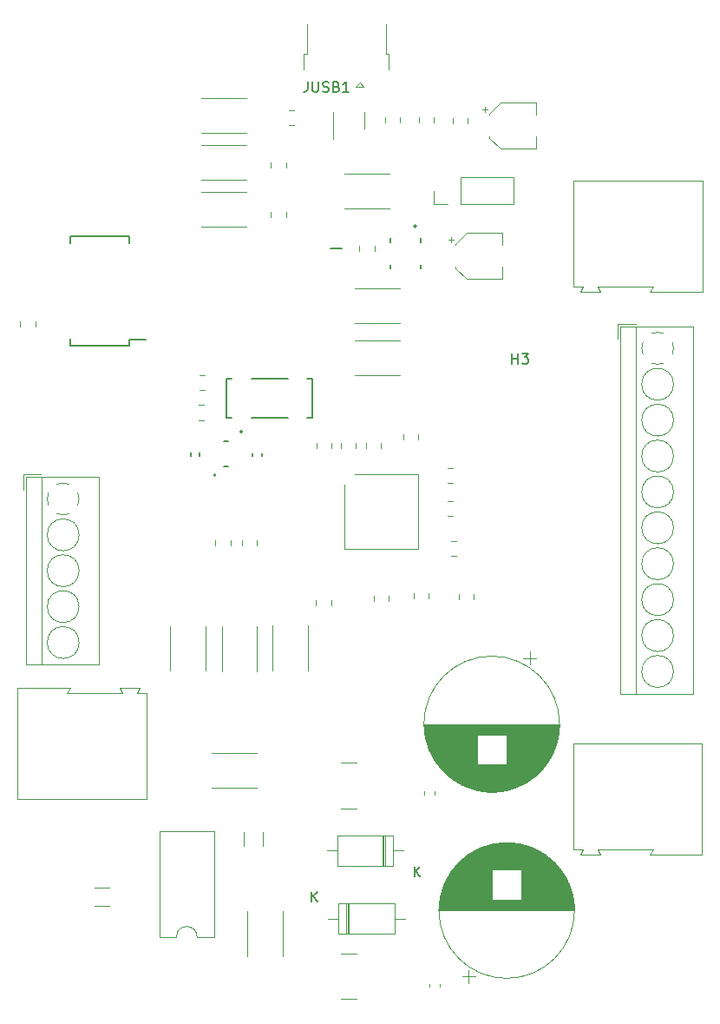
<source format=gbr>
%TF.GenerationSoftware,KiCad,Pcbnew,(6.0.11)*%
%TF.CreationDate,2023-03-28T17:23:35-03:00*%
%TF.ProjectId,singledaq,73696e67-6c65-4646-9171-2e6b69636164,rev?*%
%TF.SameCoordinates,Original*%
%TF.FileFunction,Legend,Top*%
%TF.FilePolarity,Positive*%
%FSLAX46Y46*%
G04 Gerber Fmt 4.6, Leading zero omitted, Abs format (unit mm)*
G04 Created by KiCad (PCBNEW (6.0.11)) date 2023-03-28 17:23:35*
%MOMM*%
%LPD*%
G01*
G04 APERTURE LIST*
%ADD10C,0.150000*%
%ADD11C,0.120000*%
%ADD12C,0.127000*%
%ADD13C,0.200000*%
G04 APERTURE END LIST*
D10*
%TO.C,JUSB1*%
X132503666Y-44429380D02*
X132503666Y-45143666D01*
X132456047Y-45286523D01*
X132360809Y-45381761D01*
X132217952Y-45429380D01*
X132122714Y-45429380D01*
X132979857Y-44429380D02*
X132979857Y-45238904D01*
X133027476Y-45334142D01*
X133075095Y-45381761D01*
X133170333Y-45429380D01*
X133360809Y-45429380D01*
X133456047Y-45381761D01*
X133503666Y-45334142D01*
X133551285Y-45238904D01*
X133551285Y-44429380D01*
X133979857Y-45381761D02*
X134122714Y-45429380D01*
X134360809Y-45429380D01*
X134456047Y-45381761D01*
X134503666Y-45334142D01*
X134551285Y-45238904D01*
X134551285Y-45143666D01*
X134503666Y-45048428D01*
X134456047Y-45000809D01*
X134360809Y-44953190D01*
X134170333Y-44905571D01*
X134075095Y-44857952D01*
X134027476Y-44810333D01*
X133979857Y-44715095D01*
X133979857Y-44619857D01*
X134027476Y-44524619D01*
X134075095Y-44477000D01*
X134170333Y-44429380D01*
X134408428Y-44429380D01*
X134551285Y-44477000D01*
X135313190Y-44905571D02*
X135456047Y-44953190D01*
X135503666Y-45000809D01*
X135551285Y-45096047D01*
X135551285Y-45238904D01*
X135503666Y-45334142D01*
X135456047Y-45381761D01*
X135360809Y-45429380D01*
X134979857Y-45429380D01*
X134979857Y-44429380D01*
X135313190Y-44429380D01*
X135408428Y-44477000D01*
X135456047Y-44524619D01*
X135503666Y-44619857D01*
X135503666Y-44715095D01*
X135456047Y-44810333D01*
X135408428Y-44857952D01*
X135313190Y-44905571D01*
X134979857Y-44905571D01*
X136503666Y-45429380D02*
X135932238Y-45429380D01*
X136217952Y-45429380D02*
X136217952Y-44429380D01*
X136122714Y-44572238D01*
X136027476Y-44667476D01*
X135932238Y-44715095D01*
%TO.C,D1*%
X132898095Y-124382380D02*
X132898095Y-123382380D01*
X133469523Y-124382380D02*
X133040952Y-123810952D01*
X133469523Y-123382380D02*
X132898095Y-123953809D01*
%TO.C,D2*%
X142918095Y-121932380D02*
X142918095Y-120932380D01*
X143489523Y-121932380D02*
X143060952Y-121360952D01*
X143489523Y-120932380D02*
X142918095Y-121503809D01*
%TO.C,H3*%
X152459676Y-71921961D02*
X152459676Y-70921961D01*
X152459676Y-71398152D02*
X153031104Y-71398152D01*
X153031104Y-71921961D02*
X153031104Y-70921961D01*
X153412057Y-70921961D02*
X154031104Y-70921961D01*
X153697771Y-71302914D01*
X153840628Y-71302914D01*
X153935866Y-71350533D01*
X153983485Y-71398152D01*
X154031104Y-71493390D01*
X154031104Y-71731485D01*
X153983485Y-71826723D01*
X153935866Y-71874342D01*
X153840628Y-71921961D01*
X153554914Y-71921961D01*
X153459676Y-71874342D01*
X153412057Y-71826723D01*
D11*
%TO.C,C104*%
X141517250Y-48425502D02*
X141517250Y-47902998D01*
X140047250Y-48425502D02*
X140047250Y-47902998D01*
%TO.C,J2*%
X171000000Y-108925000D02*
X158400000Y-108925000D01*
X161050000Y-119775000D02*
X160800000Y-119275000D01*
X158400000Y-108925000D02*
X158400000Y-119275000D01*
X166200000Y-119275000D02*
X165900000Y-119775000D01*
X171000000Y-119775000D02*
X171000000Y-108925000D01*
X158400000Y-119275000D02*
X159350000Y-119275000D01*
X161000000Y-119775000D02*
X161050000Y-119775000D01*
X159100000Y-119775000D02*
X161000000Y-119775000D01*
X165900000Y-119775000D02*
X171000000Y-119775000D01*
X160800000Y-119275000D02*
X166200000Y-119275000D01*
X159350000Y-119275000D02*
X159100000Y-119775000D01*
%TO.C,C102*%
X128923000Y-52272748D02*
X128923000Y-52795252D01*
X130393000Y-52272748D02*
X130393000Y-52795252D01*
D12*
%TO.C,C602*%
X128022082Y-80924998D02*
X128022082Y-80624998D01*
X127122082Y-80924998D02*
X127122082Y-80624998D01*
D11*
%TO.C,C502*%
X157027000Y-107604785D02*
X143913000Y-107604785D01*
X156778000Y-108925785D02*
X151910000Y-108925785D01*
X156883000Y-108525785D02*
X151910000Y-108525785D01*
X151964000Y-113485785D02*
X148976000Y-113485785D01*
X155851000Y-110845785D02*
X151910000Y-110845785D01*
X149030000Y-108165785D02*
X143985000Y-108165785D01*
X156501000Y-109685785D02*
X151910000Y-109685785D01*
X150945000Y-113645785D02*
X149995000Y-113645785D01*
X156660000Y-109285785D02*
X151910000Y-109285785D01*
X156203000Y-110285785D02*
X151910000Y-110285785D01*
X155267000Y-111565785D02*
X145673000Y-111565785D01*
X149030000Y-109765785D02*
X144474000Y-109765785D01*
X156552000Y-109565785D02*
X151910000Y-109565785D01*
X149030000Y-110965785D02*
X145175000Y-110965785D01*
X156248000Y-110205785D02*
X151910000Y-110205785D01*
X149030000Y-110045785D02*
X144608000Y-110045785D01*
X152268000Y-113405785D02*
X148672000Y-113405785D01*
X153228000Y-113045785D02*
X147712000Y-113045785D01*
X154085000Y-112565785D02*
X146855000Y-112565785D01*
X153548000Y-112885785D02*
X147392000Y-112885785D01*
X149030000Y-108125785D02*
X143978000Y-108125785D01*
X149030000Y-110605785D02*
X144928000Y-110605785D01*
X149030000Y-110365785D02*
X144782000Y-110365785D01*
X155072000Y-111765785D02*
X145868000Y-111765785D01*
X156823000Y-108765785D02*
X151910000Y-108765785D01*
X149030000Y-110285785D02*
X144737000Y-110285785D01*
X156962000Y-108125785D02*
X151910000Y-108125785D01*
X149030000Y-110445785D02*
X144829000Y-110445785D01*
X154316000Y-112405785D02*
X146624000Y-112405785D01*
X156702000Y-109165785D02*
X151910000Y-109165785D01*
X156352000Y-110005785D02*
X151910000Y-110005785D01*
X156584000Y-109485785D02*
X151910000Y-109485785D01*
X157049000Y-107204785D02*
X143891000Y-107204785D01*
X152401000Y-113365785D02*
X148539000Y-113365785D01*
X149030000Y-108645785D02*
X144086000Y-108645785D01*
X149030000Y-108325785D02*
X144014000Y-108325785D01*
X156290000Y-110125785D02*
X151910000Y-110125785D01*
X155823000Y-110885785D02*
X151910000Y-110885785D01*
X157015000Y-107724785D02*
X143925000Y-107724785D01*
X149030000Y-110725785D02*
X145007000Y-110725785D01*
X149030000Y-109445785D02*
X144340000Y-109445785D01*
X149030000Y-110845785D02*
X145089000Y-110845785D01*
X149030000Y-109805785D02*
X144492000Y-109805785D01*
X156854000Y-108645785D02*
X151910000Y-108645785D01*
X156992000Y-107925785D02*
X143948000Y-107925785D01*
X157050000Y-107084785D02*
X143890000Y-107084785D01*
X156715000Y-109125785D02*
X151910000Y-109125785D01*
X149030000Y-110245785D02*
X144714000Y-110245785D01*
X157011000Y-107765785D02*
X143929000Y-107765785D01*
X156631000Y-109365785D02*
X151910000Y-109365785D01*
X149030000Y-109125785D02*
X144225000Y-109125785D01*
X149030000Y-110885785D02*
X145117000Y-110885785D01*
X154185000Y-99960216D02*
X154185000Y-101260216D01*
X156955000Y-108165785D02*
X151910000Y-108165785D01*
X157033000Y-107524785D02*
X143907000Y-107524785D01*
X155113000Y-111725785D02*
X145827000Y-111725785D01*
X156909000Y-108405785D02*
X151910000Y-108405785D01*
X151320000Y-113605785D02*
X149620000Y-113605785D01*
X153393000Y-112965785D02*
X147547000Y-112965785D01*
X154024000Y-112605785D02*
X146916000Y-112605785D01*
X155412000Y-111405785D02*
X145528000Y-111405785D01*
X156269000Y-110165785D02*
X151910000Y-110165785D01*
X156933000Y-108285785D02*
X151910000Y-108285785D01*
X156948000Y-108205785D02*
X151910000Y-108205785D01*
X157050000Y-107124785D02*
X143890000Y-107124785D01*
X156410000Y-109885785D02*
X151910000Y-109885785D01*
X152525000Y-113325785D02*
X148415000Y-113325785D01*
X149030000Y-108445785D02*
X144039000Y-108445785D01*
X157043000Y-107364785D02*
X143897000Y-107364785D01*
X149030000Y-110485785D02*
X144853000Y-110485785D01*
X155447000Y-111365785D02*
X145493000Y-111365785D01*
X149030000Y-110125785D02*
X144650000Y-110125785D01*
X149030000Y-110565785D02*
X144903000Y-110565785D01*
X155960000Y-110685785D02*
X151910000Y-110685785D01*
X156037000Y-110565785D02*
X151910000Y-110565785D01*
X154627000Y-112165785D02*
X146313000Y-112165785D01*
X149030000Y-108485785D02*
X144048000Y-108485785D01*
X157041000Y-107404785D02*
X143899000Y-107404785D01*
X149030000Y-108885785D02*
X144150000Y-108885785D01*
X156844000Y-108685785D02*
X151910000Y-108685785D01*
X153763000Y-112765785D02*
X147177000Y-112765785D01*
X149030000Y-109925785D02*
X144549000Y-109925785D01*
X156892000Y-108485785D02*
X151910000Y-108485785D01*
X149030000Y-110925785D02*
X145146000Y-110925785D01*
X154989000Y-111845785D02*
X145951000Y-111845785D01*
X155644000Y-111125785D02*
X145296000Y-111125785D01*
X155514000Y-111285785D02*
X145426000Y-111285785D01*
X155705000Y-111045785D02*
X145235000Y-111045785D01*
X156429000Y-109845785D02*
X151910000Y-109845785D01*
X154424000Y-112325785D02*
X146516000Y-112325785D01*
X154578000Y-112205785D02*
X146362000Y-112205785D01*
X156864000Y-108605785D02*
X151910000Y-108605785D01*
X154769000Y-112045785D02*
X146171000Y-112045785D01*
X149030000Y-108365785D02*
X144022000Y-108365785D01*
X155933000Y-110725785D02*
X151910000Y-110725785D01*
X149030000Y-110805785D02*
X145061000Y-110805785D01*
X149030000Y-110525785D02*
X144878000Y-110525785D01*
X149030000Y-108605785D02*
X144076000Y-108605785D01*
X156997000Y-107885785D02*
X143943000Y-107885785D01*
X149030000Y-110005785D02*
X144588000Y-110005785D01*
X154904000Y-111925785D02*
X146036000Y-111925785D01*
X153961000Y-112645785D02*
X146979000Y-112645785D01*
X156181000Y-110325785D02*
X151910000Y-110325785D01*
X149030000Y-109525785D02*
X144372000Y-109525785D01*
X157002000Y-107845785D02*
X143938000Y-107845785D01*
X149030000Y-108685785D02*
X144096000Y-108685785D01*
X156535000Y-109605785D02*
X151910000Y-109605785D01*
X157046000Y-107284785D02*
X143894000Y-107284785D01*
X156111000Y-110445785D02*
X151910000Y-110445785D01*
X157047000Y-107244785D02*
X143893000Y-107244785D01*
X156311000Y-110085785D02*
X151910000Y-110085785D01*
X156158000Y-110365785D02*
X151910000Y-110365785D01*
X155230000Y-111605785D02*
X145710000Y-111605785D01*
X156062000Y-110525785D02*
X151910000Y-110525785D01*
X153622000Y-112845785D02*
X147318000Y-112845785D01*
X156926000Y-108325785D02*
X151910000Y-108325785D01*
X156812000Y-108805785D02*
X151910000Y-108805785D01*
X155986000Y-110645785D02*
X151910000Y-110645785D01*
X149030000Y-109205785D02*
X144252000Y-109205785D01*
X149030000Y-110685785D02*
X144980000Y-110685785D01*
X153693000Y-112805785D02*
X147247000Y-112805785D01*
X152855000Y-113205785D02*
X148085000Y-113205785D01*
X154815000Y-112005785D02*
X146125000Y-112005785D01*
X155612000Y-111165785D02*
X145328000Y-111165785D01*
X155341000Y-111485785D02*
X145599000Y-111485785D01*
X149030000Y-108805785D02*
X144128000Y-108805785D01*
X156941000Y-108245785D02*
X151910000Y-108245785D01*
X152123000Y-113445785D02*
X148817000Y-113445785D01*
X156728000Y-109085785D02*
X151910000Y-109085785D01*
X149030000Y-108765785D02*
X144117000Y-108765785D01*
X156981000Y-108005785D02*
X143959000Y-108005785D01*
X149030000Y-109645785D02*
X144421000Y-109645785D01*
X149030000Y-109085785D02*
X144212000Y-109085785D01*
X149030000Y-109405785D02*
X144324000Y-109405785D01*
X152954000Y-113165785D02*
X147986000Y-113165785D01*
X153312000Y-113005785D02*
X147628000Y-113005785D01*
X155191000Y-111645785D02*
X145749000Y-111645785D01*
X149030000Y-108565785D02*
X144066000Y-108565785D01*
X156616000Y-109405785D02*
X151910000Y-109405785D01*
X149030000Y-110205785D02*
X144692000Y-110205785D01*
X155906000Y-110765785D02*
X151910000Y-110765785D01*
X155481000Y-111325785D02*
X145459000Y-111325785D01*
X157030000Y-107564785D02*
X143910000Y-107564785D01*
X151785000Y-113525785D02*
X149155000Y-113525785D01*
X156226000Y-110245785D02*
X151910000Y-110245785D01*
X156754000Y-109005785D02*
X151910000Y-109005785D01*
X156568000Y-109525785D02*
X151910000Y-109525785D01*
X154860000Y-111965785D02*
X146080000Y-111965785D01*
X149030000Y-109005785D02*
X144186000Y-109005785D01*
X149030000Y-109565785D02*
X144388000Y-109565785D01*
X157038000Y-107444785D02*
X143902000Y-107444785D01*
X156466000Y-109765785D02*
X151910000Y-109765785D01*
X155675000Y-111085785D02*
X145265000Y-111085785D01*
X149030000Y-110405785D02*
X144806000Y-110405785D01*
X157045000Y-107324785D02*
X143895000Y-107324785D01*
X155548000Y-111245785D02*
X145392000Y-111245785D01*
X157007000Y-107805785D02*
X143933000Y-107805785D01*
X154527000Y-112245785D02*
X146413000Y-112245785D01*
X149030000Y-110325785D02*
X144759000Y-110325785D01*
X156986000Y-107965785D02*
X143954000Y-107965785D01*
X153049000Y-113125785D02*
X147891000Y-113125785D01*
X156600000Y-109445785D02*
X151910000Y-109445785D01*
X156372000Y-109965785D02*
X151910000Y-109965785D01*
X155580000Y-111205785D02*
X145360000Y-111205785D01*
X149030000Y-108285785D02*
X144007000Y-108285785D01*
X156801000Y-108845785D02*
X151910000Y-108845785D01*
X149030000Y-110645785D02*
X144954000Y-110645785D01*
X149030000Y-110085785D02*
X144629000Y-110085785D01*
X149030000Y-109685785D02*
X144439000Y-109685785D01*
X149030000Y-109965785D02*
X144568000Y-109965785D01*
X156674000Y-109245785D02*
X151910000Y-109245785D01*
X149030000Y-108205785D02*
X143992000Y-108205785D01*
X149030000Y-109725785D02*
X144456000Y-109725785D01*
X155152000Y-111685785D02*
X145788000Y-111685785D01*
X154835000Y-100610216D02*
X153535000Y-100610216D01*
X149030000Y-108925785D02*
X144162000Y-108925785D01*
X149030000Y-109285785D02*
X144280000Y-109285785D01*
X149030000Y-108965785D02*
X144174000Y-108965785D01*
X154947000Y-111885785D02*
X145993000Y-111885785D01*
X155377000Y-111445785D02*
X145563000Y-111445785D01*
X156741000Y-109045785D02*
X151910000Y-109045785D01*
X155304000Y-111525785D02*
X145636000Y-111525785D01*
X149030000Y-108845785D02*
X144139000Y-108845785D01*
X156391000Y-109925785D02*
X151910000Y-109925785D01*
X151577000Y-113565785D02*
X149363000Y-113565785D01*
X149030000Y-110765785D02*
X145034000Y-110765785D01*
X149030000Y-109325785D02*
X144295000Y-109325785D01*
X154476000Y-112285785D02*
X146464000Y-112285785D01*
X157023000Y-107644785D02*
X143917000Y-107644785D01*
X149030000Y-109885785D02*
X144530000Y-109885785D01*
X157049000Y-107164785D02*
X143891000Y-107164785D01*
X149030000Y-108405785D02*
X144031000Y-108405785D01*
X153897000Y-112685785D02*
X147043000Y-112685785D01*
X157019000Y-107684785D02*
X143921000Y-107684785D01*
X157050000Y-107044785D02*
X143890000Y-107044785D01*
X149030000Y-109045785D02*
X144199000Y-109045785D01*
X156766000Y-108965785D02*
X151910000Y-108965785D01*
X156012000Y-110605785D02*
X151910000Y-110605785D01*
X156790000Y-108885785D02*
X151910000Y-108885785D01*
X153472000Y-112925785D02*
X147468000Y-112925785D01*
X156874000Y-108565785D02*
X151910000Y-108565785D01*
X156901000Y-108445785D02*
X151910000Y-108445785D01*
X156834000Y-108725785D02*
X151910000Y-108725785D01*
X153140000Y-113085785D02*
X147800000Y-113085785D01*
X154723000Y-112085785D02*
X146217000Y-112085785D01*
X156332000Y-110045785D02*
X151910000Y-110045785D01*
X156975000Y-108045785D02*
X143965000Y-108045785D01*
X149030000Y-108725785D02*
X144106000Y-108725785D01*
X154203000Y-112485785D02*
X146737000Y-112485785D01*
X152751000Y-113245785D02*
X148189000Y-113245785D01*
X157036000Y-107484785D02*
X143904000Y-107484785D01*
X156448000Y-109805785D02*
X151910000Y-109805785D01*
X149030000Y-108525785D02*
X144057000Y-108525785D01*
X149030000Y-109485785D02*
X144356000Y-109485785D01*
X149030000Y-109605785D02*
X144405000Y-109605785D01*
X154675000Y-112125785D02*
X146265000Y-112125785D01*
X156519000Y-109645785D02*
X151910000Y-109645785D01*
X149030000Y-109165785D02*
X144238000Y-109165785D01*
X152641000Y-113285785D02*
X148299000Y-113285785D01*
X149030000Y-110165785D02*
X144671000Y-110165785D01*
X156968000Y-108085785D02*
X143972000Y-108085785D01*
X149030000Y-109845785D02*
X144511000Y-109845785D01*
X153831000Y-112725785D02*
X147109000Y-112725785D01*
X154370000Y-112365785D02*
X146570000Y-112365785D01*
X155765000Y-110965785D02*
X151910000Y-110965785D01*
X149030000Y-108245785D02*
X143999000Y-108245785D01*
X156087000Y-110485785D02*
X151910000Y-110485785D01*
X156918000Y-108365785D02*
X151910000Y-108365785D01*
X156645000Y-109325785D02*
X151910000Y-109325785D01*
X155879000Y-110805785D02*
X151910000Y-110805785D01*
X156484000Y-109725785D02*
X151910000Y-109725785D01*
X156688000Y-109205785D02*
X151910000Y-109205785D01*
X149030000Y-109245785D02*
X144266000Y-109245785D01*
X149030000Y-109365785D02*
X144309000Y-109365785D01*
X156134000Y-110405785D02*
X151910000Y-110405785D01*
X154145000Y-112525785D02*
X146795000Y-112525785D01*
X155031000Y-111805785D02*
X145909000Y-111805785D01*
X155735000Y-111005785D02*
X145205000Y-111005785D01*
X155794000Y-110925785D02*
X151910000Y-110925785D01*
X154260000Y-112445785D02*
X146680000Y-112445785D01*
X157090000Y-107044785D02*
G75*
G03*
X157090000Y-107044785I-6620000J0D01*
G01*
%TO.C,C505*%
X113161252Y-122970000D02*
X111738748Y-122970000D01*
X113161252Y-124790000D02*
X111738748Y-124790000D01*
%TO.C,JUSB1*%
X140437000Y-41677000D02*
X140137000Y-41677000D01*
X132437000Y-38877000D02*
X132437000Y-41677000D01*
X137587000Y-44477000D02*
X137987000Y-44927000D01*
X140437000Y-41677000D02*
X140437000Y-43227000D01*
X132437000Y-41677000D02*
X132137000Y-41677000D01*
X137987000Y-44927000D02*
X137187000Y-44927000D01*
X132137000Y-41677000D02*
X132137000Y-43227000D01*
X140137000Y-38877000D02*
X140137000Y-41677000D01*
X137187000Y-44927000D02*
X137587000Y-44477000D01*
%TO.C,R603*%
X129090000Y-101787064D02*
X129090000Y-97432936D01*
X132510000Y-101787064D02*
X132510000Y-97432936D01*
%TO.C,C801*%
X138175000Y-80191252D02*
X138175000Y-79668748D01*
X139645000Y-80191252D02*
X139645000Y-79668748D01*
%TO.C,C105*%
X148121250Y-48491502D02*
X148121250Y-47968998D01*
X146651250Y-48491502D02*
X146651250Y-47968998D01*
%TO.C,D1*%
X136420000Y-124560000D02*
X136420000Y-127500000D01*
X134500000Y-126030000D02*
X135520000Y-126030000D01*
X136300000Y-124560000D02*
X136300000Y-127500000D01*
X140960000Y-127500000D02*
X140960000Y-124560000D01*
X135520000Y-127500000D02*
X140960000Y-127500000D01*
X135520000Y-124560000D02*
X135520000Y-127500000D01*
X136540000Y-124560000D02*
X136540000Y-127500000D01*
X141980000Y-126030000D02*
X140960000Y-126030000D01*
X140960000Y-124560000D02*
X135520000Y-124560000D01*
%TO.C,FB101*%
X143349250Y-48391314D02*
X143349250Y-47937186D01*
X144819250Y-48391314D02*
X144819250Y-47937186D01*
%TO.C,U1*%
X138076000Y-48216000D02*
X138076000Y-47416000D01*
X138076000Y-48216000D02*
X138076000Y-49016000D01*
X134956000Y-48216000D02*
X134956000Y-47416000D01*
X134956000Y-48216000D02*
X134956000Y-50016000D01*
%TO.C,C810*%
X146158748Y-86765000D02*
X146681252Y-86765000D01*
X146158748Y-85295000D02*
X146681252Y-85295000D01*
%TO.C,R605*%
X122520000Y-97472936D02*
X122520000Y-101827064D01*
X119100000Y-97472936D02*
X119100000Y-101827064D01*
%TO.C,R602*%
X130048224Y-125292936D02*
X130048224Y-129647064D01*
X126628224Y-125292936D02*
X126628224Y-129647064D01*
%TO.C,C401*%
X122441252Y-74485000D02*
X121918748Y-74485000D01*
X122441252Y-73015000D02*
X121918748Y-73015000D01*
%TO.C,C809*%
X143295000Y-79333323D02*
X143295000Y-78810819D01*
X141825000Y-79333323D02*
X141825000Y-78810819D01*
%TO.C,C504*%
X143890000Y-113903767D02*
X143890000Y-113611233D01*
X144910000Y-113903767D02*
X144910000Y-113611233D01*
%TO.C,D2*%
X139800000Y-120850000D02*
X139800000Y-117910000D01*
X140820000Y-117910000D02*
X135380000Y-117910000D01*
X135380000Y-120850000D02*
X140820000Y-120850000D01*
X139920000Y-120850000D02*
X139920000Y-117910000D01*
X134360000Y-119380000D02*
X135380000Y-119380000D01*
X141840000Y-119380000D02*
X140820000Y-119380000D01*
X140040000Y-120850000D02*
X140040000Y-117910000D01*
X135380000Y-117910000D02*
X135380000Y-120850000D01*
X140820000Y-120850000D02*
X140820000Y-117910000D01*
%TO.C,R601*%
X127507064Y-113250000D02*
X123152936Y-113250000D01*
X127507064Y-109830000D02*
X123152936Y-109830000D01*
%TO.C,R202*%
X137132936Y-64540000D02*
X141487064Y-64540000D01*
X137132936Y-67960000D02*
X141487064Y-67960000D01*
%TO.C,C202*%
X137559000Y-60911252D02*
X137559000Y-60388748D01*
X139029000Y-60911252D02*
X139029000Y-60388748D01*
D12*
%TO.C,Y4*%
X124570000Y-77150000D02*
X124570000Y-73350000D01*
X124570000Y-77150000D02*
X125050000Y-77150000D01*
X132970000Y-77150000D02*
X132970000Y-73350000D01*
X132970000Y-73350000D02*
X132490000Y-73350000D01*
X126990000Y-73350000D02*
X130550000Y-73350000D01*
X126990000Y-77150000D02*
X130550000Y-77150000D01*
X124570000Y-73350000D02*
X125050000Y-73350000D01*
X132970000Y-77150000D02*
X132490000Y-77150000D01*
D13*
X126120000Y-78550000D02*
G75*
G03*
X126120000Y-78550000I-100000J0D01*
G01*
D11*
%TO.C,C701*%
X133375000Y-80161252D02*
X133375000Y-79638748D01*
X134845000Y-80161252D02*
X134845000Y-79638748D01*
%TO.C,JP6*%
X146170000Y-56404000D02*
X144840000Y-56404000D01*
X147440000Y-53744000D02*
X152580000Y-53744000D01*
X152580000Y-56404000D02*
X152580000Y-53744000D01*
X147440000Y-56404000D02*
X152580000Y-56404000D01*
X144840000Y-56404000D02*
X144840000Y-55074000D01*
X147440000Y-56404000D02*
X147440000Y-53744000D01*
D10*
%TO.C,U3*%
X115085000Y-59485000D02*
X109335000Y-59485000D01*
X109335000Y-70135000D02*
X109335000Y-69485000D01*
X115085000Y-69560000D02*
X116685000Y-69560000D01*
X115085000Y-59485000D02*
X115085000Y-60135000D01*
X115085000Y-70135000D02*
X115085000Y-69560000D01*
X115085000Y-70135000D02*
X109335000Y-70135000D01*
X109335000Y-59485000D02*
X109335000Y-60135000D01*
D12*
%TO.C,Y1*%
X124295082Y-79442998D02*
X124745082Y-79442998D01*
X124295082Y-81942998D02*
X124745082Y-81942998D01*
D13*
X123520082Y-82792998D02*
G75*
G03*
X123520082Y-82792998I-100000J0D01*
G01*
D12*
%TO.C,C601*%
X121972082Y-80894998D02*
X121972082Y-80594998D01*
X121072082Y-80894998D02*
X121072082Y-80594998D01*
D11*
%TO.C,C703*%
X127575000Y-89641252D02*
X127575000Y-89118748D01*
X126105000Y-89641252D02*
X126105000Y-89118748D01*
%TO.C,C806*%
X142825000Y-94268748D02*
X142825000Y-94791252D01*
X144295000Y-94268748D02*
X144295000Y-94791252D01*
%TO.C,J4*%
X106480000Y-82700000D02*
X104740000Y-82700000D01*
X112100000Y-101260000D02*
X104980000Y-101260000D01*
X106540000Y-82940000D02*
X106540000Y-101260000D01*
X112100000Y-82940000D02*
X104980000Y-82940000D01*
X104740000Y-82700000D02*
X104740000Y-84200000D01*
X112100000Y-82940000D02*
X112100000Y-101260000D01*
X104980000Y-82940000D02*
X104980000Y-101260000D01*
X107208000Y-84492000D02*
G75*
G03*
X107084507Y-85127011I1431988J-607998D01*
G01*
X110072000Y-85708000D02*
G75*
G03*
X110072109Y-84492258I-1432000J608000D01*
G01*
X108032000Y-86532000D02*
G75*
G03*
X109247742Y-86532109I607999J1432003D01*
G01*
X109248000Y-83668000D02*
G75*
G03*
X108032258Y-83667891I-608000J-1432000D01*
G01*
X107085000Y-85100000D02*
G75*
G03*
X107208615Y-85707587I1555000J0D01*
G01*
X110195000Y-99100000D02*
G75*
G03*
X110195000Y-99100000I-1555000J0D01*
G01*
X110195000Y-95600000D02*
G75*
G03*
X110195000Y-95600000I-1555000J0D01*
G01*
X110195000Y-92100000D02*
G75*
G03*
X110195000Y-92100000I-1555000J0D01*
G01*
X110195000Y-88600000D02*
G75*
G03*
X110195000Y-88600000I-1555000J0D01*
G01*
%TO.C,C702*%
X123515000Y-89641252D02*
X123515000Y-89118748D01*
X124985000Y-89641252D02*
X124985000Y-89118748D01*
%TO.C,J3*%
X116810000Y-104020000D02*
X115860000Y-104020000D01*
X109010000Y-104020000D02*
X109310000Y-103520000D01*
X114160000Y-103520000D02*
X114410000Y-104020000D01*
X116110000Y-103520000D02*
X114210000Y-103520000D01*
X115860000Y-104020000D02*
X116110000Y-103520000D01*
X109310000Y-103520000D02*
X104210000Y-103520000D01*
X114210000Y-103520000D02*
X114160000Y-103520000D01*
X116810000Y-114370000D02*
X116810000Y-104020000D01*
X114410000Y-104020000D02*
X109010000Y-104020000D01*
X104210000Y-114370000D02*
X116810000Y-114370000D01*
X104210000Y-103520000D02*
X104210000Y-114370000D01*
%TO.C,C106*%
X151322437Y-50984000D02*
X154778000Y-50984000D01*
X154778000Y-50984000D02*
X154778000Y-49784000D01*
X150258000Y-47528437D02*
X150258000Y-47664000D01*
X154778000Y-46464000D02*
X154778000Y-47664000D01*
X150258000Y-49919563D02*
X150258000Y-49784000D01*
X151322437Y-46464000D02*
X154778000Y-46464000D01*
X149768000Y-46914000D02*
X149768000Y-47414000D01*
X150258000Y-49919563D02*
X151322437Y-50984000D01*
X149518000Y-47164000D02*
X150018000Y-47164000D01*
X150258000Y-47528437D02*
X151322437Y-46464000D01*
%TO.C,C201*%
X146466000Y-59614000D02*
X146466000Y-60114000D01*
X146956000Y-60228437D02*
X146956000Y-60364000D01*
X148020437Y-59164000D02*
X151476000Y-59164000D01*
X146216000Y-59864000D02*
X146716000Y-59864000D01*
X146956000Y-62619563D02*
X148020437Y-63684000D01*
X151476000Y-59164000D02*
X151476000Y-60364000D01*
X148020437Y-63684000D02*
X151476000Y-63684000D01*
X146956000Y-60228437D02*
X148020437Y-59164000D01*
X146956000Y-62619563D02*
X146956000Y-62484000D01*
X151476000Y-63684000D02*
X151476000Y-62484000D01*
%TO.C,R1*%
X137307369Y-129430000D02*
X135712631Y-129430000D01*
X137307369Y-133850000D02*
X135712631Y-133850000D01*
%TO.C,C802*%
X146128748Y-83565000D02*
X146651252Y-83565000D01*
X146128748Y-82095000D02*
X146651252Y-82095000D01*
%TO.C,C808*%
X133307700Y-94986048D02*
X133307700Y-95508552D01*
X134777700Y-94986048D02*
X134777700Y-95508552D01*
%TO.C,R203*%
X141487064Y-73040000D02*
X137132936Y-73040000D01*
X141487064Y-69620000D02*
X137132936Y-69620000D01*
%TO.C,R101*%
X126501064Y-49418000D02*
X122146936Y-49418000D01*
X126501064Y-45998000D02*
X122146936Y-45998000D01*
%TO.C,C506*%
X126305645Y-118963252D02*
X126305645Y-117540748D01*
X128125645Y-118963252D02*
X128125645Y-117540748D01*
%TO.C,R604*%
X124140000Y-101877064D02*
X124140000Y-97522936D01*
X127560000Y-101877064D02*
X127560000Y-97522936D01*
%TO.C,C103*%
X130393000Y-57098748D02*
X130393000Y-57621252D01*
X128923000Y-57098748D02*
X128923000Y-57621252D01*
D12*
%TO.C,IB2*%
X143538000Y-59670000D02*
X143538000Y-60050000D01*
X143518000Y-59670000D02*
X143538000Y-59670000D01*
X140538000Y-62670000D02*
X140538000Y-62290000D01*
X143538000Y-62290000D02*
X143538000Y-62670000D01*
X143538000Y-62670000D02*
X143518000Y-62670000D01*
X140538000Y-62670000D02*
X140558000Y-62670000D01*
X140538000Y-60050000D02*
X140538000Y-59670000D01*
X140538000Y-59670000D02*
X140558000Y-59670000D01*
D13*
X143088000Y-58515000D02*
G75*
G03*
X143088000Y-58515000I-100000J0D01*
G01*
D11*
%TO.C,U6*%
X118048224Y-117504000D02*
X118048224Y-127784000D01*
X123348224Y-127784000D02*
X123348224Y-117504000D01*
X123348224Y-117504000D02*
X118048224Y-117504000D01*
X118048224Y-127784000D02*
X119698224Y-127784000D01*
X121698224Y-127784000D02*
X123348224Y-127784000D01*
X121698224Y-127784000D02*
G75*
G03*
X119698224Y-127784000I-1000000J0D01*
G01*
%TO.C,J5*%
X170120000Y-68260000D02*
X163000000Y-68260000D01*
X170120000Y-68260000D02*
X170120000Y-104080000D01*
X170120000Y-104080000D02*
X163000000Y-104080000D01*
X162760000Y-68020000D02*
X162760000Y-69520000D01*
X163000000Y-68260000D02*
X163000000Y-104080000D01*
X164500000Y-68020000D02*
X162760000Y-68020000D01*
X164560000Y-68260000D02*
X164560000Y-104080000D01*
X165228000Y-69812000D02*
G75*
G03*
X165104507Y-70447011I1431988J-607998D01*
G01*
X166052000Y-71852000D02*
G75*
G03*
X167267742Y-71852109I607999J1432003D01*
G01*
X168092000Y-71028000D02*
G75*
G03*
X168092109Y-69812258I-1432000J608000D01*
G01*
X167268000Y-68988000D02*
G75*
G03*
X166052258Y-68987891I-608000J-1432000D01*
G01*
X165105000Y-70420000D02*
G75*
G03*
X165228615Y-71027587I1555000J0D01*
G01*
X168215000Y-73920000D02*
G75*
G03*
X168215000Y-73920000I-1555000J0D01*
G01*
X168215000Y-77420000D02*
G75*
G03*
X168215000Y-77420000I-1555000J0D01*
G01*
X168215000Y-80920000D02*
G75*
G03*
X168215000Y-80920000I-1555000J0D01*
G01*
X168215000Y-91420000D02*
G75*
G03*
X168215000Y-91420000I-1555000J0D01*
G01*
X168215000Y-94920000D02*
G75*
G03*
X168215000Y-94920000I-1555000J0D01*
G01*
X168215000Y-98420000D02*
G75*
G03*
X168215000Y-98420000I-1555000J0D01*
G01*
X168215000Y-101920000D02*
G75*
G03*
X168215000Y-101920000I-1555000J0D01*
G01*
X168215000Y-87920000D02*
G75*
G03*
X168215000Y-87920000I-1555000J0D01*
G01*
X168215000Y-84420000D02*
G75*
G03*
X168215000Y-84420000I-1555000J0D01*
G01*
%TO.C,C501*%
X150436000Y-118774216D02*
X153424000Y-118774216D01*
X145526000Y-123694216D02*
X150490000Y-123694216D01*
X148315000Y-119694216D02*
X155545000Y-119694216D01*
X149545000Y-119054216D02*
X154315000Y-119054216D01*
X153370000Y-122734216D02*
X158028000Y-122734216D01*
X153370000Y-123454216D02*
X158272000Y-123454216D01*
X153370000Y-122334216D02*
X157851000Y-122334216D01*
X148852000Y-119374216D02*
X155008000Y-119374216D01*
X153370000Y-121734216D02*
X157522000Y-121734216D01*
X145408000Y-124334216D02*
X158452000Y-124334216D01*
X148778000Y-119414216D02*
X155082000Y-119414216D01*
X146242000Y-121894216D02*
X150490000Y-121894216D01*
X146289000Y-121814216D02*
X150490000Y-121814216D01*
X153370000Y-123214216D02*
X158201000Y-123214216D01*
X145934000Y-122494216D02*
X150490000Y-122494216D01*
X146886000Y-120974216D02*
X156974000Y-120974216D01*
X153370000Y-123614216D02*
X158314000Y-123614216D01*
X153370000Y-121614216D02*
X157446000Y-121614216D01*
X153370000Y-123134216D02*
X158175000Y-123134216D01*
X153370000Y-122374216D02*
X157870000Y-122374216D01*
X145566000Y-123534216D02*
X150490000Y-123534216D01*
X153370000Y-123734216D02*
X158343000Y-123734216D01*
X147170000Y-120654216D02*
X156690000Y-120654216D01*
X145508000Y-123774216D02*
X150490000Y-123774216D01*
X153370000Y-122854216D02*
X158076000Y-122854216D01*
X153370000Y-123294216D02*
X158226000Y-123294216D01*
X153370000Y-123174216D02*
X158188000Y-123174216D01*
X145622000Y-123334216D02*
X150490000Y-123334216D01*
X150823000Y-118694216D02*
X153037000Y-118694216D01*
X153370000Y-123534216D02*
X158294000Y-123534216D01*
X147328000Y-120494216D02*
X156532000Y-120494216D01*
X148084000Y-119854216D02*
X155776000Y-119854216D01*
X146363000Y-121694216D02*
X150490000Y-121694216D01*
X146521000Y-121454216D02*
X150490000Y-121454216D01*
X153370000Y-122414216D02*
X157889000Y-122414216D01*
X146009000Y-122334216D02*
X150490000Y-122334216D01*
X147540000Y-120294216D02*
X156320000Y-120294216D01*
X145672000Y-123174216D02*
X150490000Y-123174216D01*
X146725000Y-121174216D02*
X157135000Y-121174216D01*
X145899000Y-122574216D02*
X150490000Y-122574216D01*
X146788000Y-121094216D02*
X157072000Y-121094216D01*
X153370000Y-121374216D02*
X157283000Y-121374216D01*
X146467000Y-121534216D02*
X150490000Y-121534216D01*
X148197000Y-119774216D02*
X155663000Y-119774216D01*
X153370000Y-123774216D02*
X158352000Y-123774216D01*
X146028000Y-122294216D02*
X150490000Y-122294216D01*
X145740000Y-122974216D02*
X150490000Y-122974216D01*
X153370000Y-122934216D02*
X158105000Y-122934216D01*
X147496000Y-120334216D02*
X156364000Y-120334216D01*
X146988000Y-120854216D02*
X156872000Y-120854216D01*
X153370000Y-123054216D02*
X158148000Y-123054216D01*
X153370000Y-121934216D02*
X157641000Y-121934216D01*
X153370000Y-122534216D02*
X157944000Y-122534216D01*
X145393000Y-124454216D02*
X158467000Y-124454216D01*
X146089000Y-122174216D02*
X150490000Y-122174216D01*
X153370000Y-121534216D02*
X157393000Y-121534216D01*
X145459000Y-124014216D02*
X150490000Y-124014216D01*
X145659000Y-123214216D02*
X150490000Y-123214216D01*
X145354000Y-124975216D02*
X158506000Y-124975216D01*
X153370000Y-121414216D02*
X157311000Y-121414216D01*
X146695000Y-121214216D02*
X157165000Y-121214216D01*
X153370000Y-121494216D02*
X157366000Y-121494216D01*
X145517000Y-123734216D02*
X150490000Y-123734216D01*
X149875000Y-118934216D02*
X153985000Y-118934216D01*
X145370000Y-124695216D02*
X158490000Y-124695216D01*
X146266000Y-121854216D02*
X150490000Y-121854216D01*
X153370000Y-122974216D02*
X158120000Y-122974216D01*
X145389000Y-124494216D02*
X158471000Y-124494216D01*
X146440000Y-121574216D02*
X150490000Y-121574216D01*
X153370000Y-123974216D02*
X158393000Y-123974216D01*
X153370000Y-122254216D02*
X157812000Y-122254216D01*
X151080000Y-118654216D02*
X152780000Y-118654216D01*
X150277000Y-118814216D02*
X153583000Y-118814216D01*
X149446000Y-119094216D02*
X154414000Y-119094216D01*
X145881000Y-122614216D02*
X150490000Y-122614216D01*
X153370000Y-123894216D02*
X158378000Y-123894216D01*
X153370000Y-122774216D02*
X158044000Y-122774216D01*
X145599000Y-123414216D02*
X150490000Y-123414216D01*
X149999000Y-118894216D02*
X153861000Y-118894216D01*
X153370000Y-121854216D02*
X157594000Y-121854216D01*
X153370000Y-121574216D02*
X157420000Y-121574216D01*
X146635000Y-121294216D02*
X150490000Y-121294216D01*
X145952000Y-122454216D02*
X150490000Y-122454216D01*
X153370000Y-121334216D02*
X157254000Y-121334216D01*
X147585000Y-120254216D02*
X156275000Y-120254216D01*
X145357000Y-124895216D02*
X158503000Y-124895216D01*
X153370000Y-121894216D02*
X157618000Y-121894216D01*
X147411000Y-120414216D02*
X156449000Y-120414216D01*
X153370000Y-122094216D02*
X157729000Y-122094216D01*
X153370000Y-123414216D02*
X158261000Y-123414216D01*
X145916000Y-122534216D02*
X150490000Y-122534216D01*
X153370000Y-123094216D02*
X158162000Y-123094216D01*
X147631000Y-120214216D02*
X156229000Y-120214216D01*
X145452000Y-124054216D02*
X150490000Y-124054216D01*
X145350000Y-125135216D02*
X158510000Y-125135216D01*
X153370000Y-124054216D02*
X158408000Y-124054216D01*
X145990000Y-122374216D02*
X150490000Y-122374216D01*
X153370000Y-122454216D02*
X157908000Y-122454216D01*
X153370000Y-121694216D02*
X157497000Y-121694216D01*
X146197000Y-121974216D02*
X150490000Y-121974216D01*
X153370000Y-121814216D02*
X157571000Y-121814216D01*
X145373000Y-124655216D02*
X158487000Y-124655216D01*
X153370000Y-122214216D02*
X157792000Y-122214216D01*
X153370000Y-122574216D02*
X157961000Y-122574216D01*
X146219000Y-121934216D02*
X150490000Y-121934216D01*
X153370000Y-122614216D02*
X157979000Y-122614216D01*
X149007000Y-119294216D02*
X154853000Y-119294216D01*
X145362000Y-124815216D02*
X158498000Y-124815216D01*
X146131000Y-122094216D02*
X150490000Y-122094216D01*
X145350000Y-125215216D02*
X158510000Y-125215216D01*
X153370000Y-123934216D02*
X158386000Y-123934216D01*
X145350000Y-125175216D02*
X158510000Y-125175216D01*
X145755000Y-122934216D02*
X150490000Y-122934216D01*
X149260000Y-119174216D02*
X154600000Y-119174216D01*
X151455000Y-118614216D02*
X152405000Y-118614216D01*
X145634000Y-123294216D02*
X150490000Y-123294216D01*
X145784000Y-122854216D02*
X150490000Y-122854216D01*
X148030000Y-119894216D02*
X155830000Y-119894216D01*
X153370000Y-121774216D02*
X157547000Y-121774216D01*
X145588000Y-123454216D02*
X150490000Y-123454216D01*
X145353000Y-125015216D02*
X158507000Y-125015216D01*
X149649000Y-119014216D02*
X154211000Y-119014216D01*
X147773000Y-120094216D02*
X156087000Y-120094216D01*
X153370000Y-122694216D02*
X158012000Y-122694216D01*
X150615000Y-118734216D02*
X153245000Y-118734216D01*
X145816000Y-122774216D02*
X150490000Y-122774216D01*
X153370000Y-123814216D02*
X158361000Y-123814216D01*
X153370000Y-121454216D02*
X157339000Y-121454216D01*
X146852000Y-121014216D02*
X157008000Y-121014216D01*
X147248000Y-120574216D02*
X156612000Y-120574216D01*
X153370000Y-121974216D02*
X157663000Y-121974216D01*
X153370000Y-123574216D02*
X158304000Y-123574216D01*
X145474000Y-123934216D02*
X150490000Y-123934216D01*
X145726000Y-123014216D02*
X150490000Y-123014216D01*
X145351000Y-125095216D02*
X158509000Y-125095216D01*
X148928000Y-119334216D02*
X154932000Y-119334216D01*
X145425000Y-124214216D02*
X158435000Y-124214216D01*
X147453000Y-120374216D02*
X156407000Y-120374216D01*
X145712000Y-123054216D02*
X150490000Y-123054216D01*
X153370000Y-122654216D02*
X157995000Y-122654216D01*
X146414000Y-121614216D02*
X150490000Y-121614216D01*
X146549000Y-121414216D02*
X150490000Y-121414216D01*
X148439000Y-119614216D02*
X155421000Y-119614216D01*
X148637000Y-119494216D02*
X155223000Y-119494216D01*
X147287000Y-120534216D02*
X156573000Y-120534216D01*
X153370000Y-121294216D02*
X157225000Y-121294216D01*
X150132000Y-118854216D02*
X153728000Y-118854216D01*
X146606000Y-121334216D02*
X150490000Y-121334216D01*
X149351000Y-119134216D02*
X154509000Y-119134216D01*
X145546000Y-123614216D02*
X150490000Y-123614216D01*
X153370000Y-122494216D02*
X157926000Y-122494216D01*
X146152000Y-122054216D02*
X150490000Y-122054216D01*
X153370000Y-122814216D02*
X158060000Y-122814216D01*
X145685000Y-123134216D02*
X150490000Y-123134216D01*
X145577000Y-123494216D02*
X150490000Y-123494216D01*
X145499000Y-123814216D02*
X150490000Y-123814216D01*
X145800000Y-122814216D02*
X150490000Y-122814216D01*
X145359000Y-124855216D02*
X158501000Y-124855216D01*
X153370000Y-123694216D02*
X158334000Y-123694216D01*
X145832000Y-122734216D02*
X150490000Y-122734216D01*
X145414000Y-124294216D02*
X158446000Y-124294216D01*
X147023000Y-120814216D02*
X156837000Y-120814216D01*
X153370000Y-122014216D02*
X157686000Y-122014216D01*
X146068000Y-122214216D02*
X150490000Y-122214216D01*
X153370000Y-123334216D02*
X158238000Y-123334216D01*
X146665000Y-121254216D02*
X157195000Y-121254216D01*
X148569000Y-119534216D02*
X155291000Y-119534216D01*
X153370000Y-123374216D02*
X158250000Y-123374216D01*
X153370000Y-124094216D02*
X158415000Y-124094216D01*
X145351000Y-125055216D02*
X158509000Y-125055216D01*
X146919000Y-120934216D02*
X156941000Y-120934216D01*
X148503000Y-119574216D02*
X155357000Y-119574216D01*
X145385000Y-124535216D02*
X158475000Y-124535216D01*
X147677000Y-120174216D02*
X156183000Y-120174216D01*
X147133000Y-120694216D02*
X156727000Y-120694216D01*
X145865000Y-122654216D02*
X150490000Y-122654216D01*
X145419000Y-124254216D02*
X158441000Y-124254216D01*
X145445000Y-124094216D02*
X150490000Y-124094216D01*
X147725000Y-120134216D02*
X156135000Y-120134216D01*
X153370000Y-124134216D02*
X158422000Y-124134216D01*
X145848000Y-122694216D02*
X150490000Y-122694216D01*
X146048000Y-122254216D02*
X150490000Y-122254216D01*
X145971000Y-122414216D02*
X150490000Y-122414216D01*
X145438000Y-124134216D02*
X150490000Y-124134216D01*
X145367000Y-124735216D02*
X158493000Y-124735216D01*
X145698000Y-123094216D02*
X150490000Y-123094216D01*
X153370000Y-122294216D02*
X157832000Y-122294216D01*
X146174000Y-122014216D02*
X150490000Y-122014216D01*
X145467000Y-123974216D02*
X150490000Y-123974216D01*
X146953000Y-120894216D02*
X156907000Y-120894216D01*
X145398000Y-124414216D02*
X158462000Y-124414216D01*
X145377000Y-124615216D02*
X158483000Y-124615216D01*
X145610000Y-123374216D02*
X150490000Y-123374216D01*
X149759000Y-118974216D02*
X154101000Y-118974216D01*
X145381000Y-124575216D02*
X158479000Y-124575216D01*
X153370000Y-123014216D02*
X158134000Y-123014216D01*
X145536000Y-123654216D02*
X150490000Y-123654216D01*
X146313000Y-121774216D02*
X150490000Y-121774216D01*
X148707000Y-119454216D02*
X155153000Y-119454216D01*
X147873000Y-120014216D02*
X155987000Y-120014216D01*
X153370000Y-122894216D02*
X158091000Y-122894216D01*
X148255000Y-119734216D02*
X155605000Y-119734216D01*
X145491000Y-123854216D02*
X150490000Y-123854216D01*
X153370000Y-123254216D02*
X158214000Y-123254216D01*
X148215000Y-132299785D02*
X148215000Y-130999785D01*
X153370000Y-121654216D02*
X157472000Y-121654216D01*
X146577000Y-121374216D02*
X150490000Y-121374216D01*
X145432000Y-124174216D02*
X158428000Y-124174216D01*
X147096000Y-120734216D02*
X156764000Y-120734216D01*
X145769000Y-122894216D02*
X150490000Y-122894216D01*
X146110000Y-122134216D02*
X150490000Y-122134216D01*
X145556000Y-123574216D02*
X150490000Y-123574216D01*
X153370000Y-123654216D02*
X158324000Y-123654216D01*
X147924000Y-119974216D02*
X155936000Y-119974216D01*
X145646000Y-123254216D02*
X150490000Y-123254216D01*
X153370000Y-122134216D02*
X157750000Y-122134216D01*
X147822000Y-120054216D02*
X156038000Y-120054216D01*
X147059000Y-120774216D02*
X156801000Y-120774216D01*
X145355000Y-124935216D02*
X158505000Y-124935216D01*
X146820000Y-121054216D02*
X157040000Y-121054216D01*
X148140000Y-119814216D02*
X155720000Y-119814216D01*
X153370000Y-122054216D02*
X157708000Y-122054216D01*
X145403000Y-124374216D02*
X158457000Y-124374216D01*
X146388000Y-121654216D02*
X150490000Y-121654216D01*
X146756000Y-121134216D02*
X157104000Y-121134216D01*
X147369000Y-120454216D02*
X156491000Y-120454216D01*
X153370000Y-122174216D02*
X157771000Y-122174216D01*
X146338000Y-121734216D02*
X150490000Y-121734216D01*
X147976000Y-119934216D02*
X155884000Y-119934216D01*
X148376000Y-119654216D02*
X155484000Y-119654216D01*
X146494000Y-121494216D02*
X150490000Y-121494216D01*
X149172000Y-119214216D02*
X154688000Y-119214216D01*
X147209000Y-120614216D02*
X156651000Y-120614216D01*
X145364000Y-124775216D02*
X158496000Y-124775216D01*
X153370000Y-123494216D02*
X158283000Y-123494216D01*
X153370000Y-123854216D02*
X158369000Y-123854216D01*
X147565000Y-131649785D02*
X148865000Y-131649785D01*
X149088000Y-119254216D02*
X154772000Y-119254216D01*
X145482000Y-123894216D02*
X150490000Y-123894216D01*
X153370000Y-124014216D02*
X158401000Y-124014216D01*
X158550000Y-125215216D02*
G75*
G03*
X158550000Y-125215216I-6620000J0D01*
G01*
%TO.C,R201*%
X140471064Y-56784000D02*
X136116936Y-56784000D01*
X140471064Y-53364000D02*
X136116936Y-53364000D01*
%TO.C,C804*%
X135745000Y-80171252D02*
X135745000Y-79648748D01*
X137215000Y-80171252D02*
X137215000Y-79648748D01*
%TO.C,C101*%
X131189252Y-48697000D02*
X130666748Y-48697000D01*
X131189252Y-47227000D02*
X130666748Y-47227000D01*
%TO.C,R103*%
X126501064Y-58562000D02*
X122146936Y-58562000D01*
X126501064Y-55142000D02*
X122146936Y-55142000D01*
%TO.C,C402*%
X122411252Y-77415000D02*
X121888748Y-77415000D01*
X122411252Y-75945000D02*
X121888748Y-75945000D01*
%TO.C,U7*%
X143325000Y-82735000D02*
X143325000Y-89985000D01*
X137075000Y-82735000D02*
X143325000Y-82735000D01*
X143325000Y-89985000D02*
X136075000Y-89985000D01*
X136075000Y-89985000D02*
X136075000Y-83735000D01*
%TO.C,R2*%
X137307369Y-115250000D02*
X135712631Y-115250000D01*
X137307369Y-110830000D02*
X135712631Y-110830000D01*
D13*
%TO.C,C203*%
X134696000Y-60650000D02*
X135796000Y-60650000D01*
D11*
%TO.C,C807*%
X148735000Y-94358748D02*
X148735000Y-94881252D01*
X147265000Y-94358748D02*
X147265000Y-94881252D01*
%TO.C,R102*%
X126501064Y-53990000D02*
X122146936Y-53990000D01*
X126501064Y-50570000D02*
X122146936Y-50570000D01*
%TO.C,C503*%
X145390000Y-132363733D02*
X145390000Y-132656267D01*
X144370000Y-132363733D02*
X144370000Y-132656267D01*
%TO.C,C803*%
X146478748Y-89175000D02*
X147001252Y-89175000D01*
X146478748Y-90645000D02*
X147001252Y-90645000D01*
%TO.C,J1*%
X165930000Y-64935000D02*
X171030000Y-64935000D01*
X171030000Y-64935000D02*
X171030000Y-54085000D01*
X171030000Y-54085000D02*
X158430000Y-54085000D01*
X161080000Y-64935000D02*
X160830000Y-64435000D01*
X160830000Y-64435000D02*
X166230000Y-64435000D01*
X159130000Y-64935000D02*
X161030000Y-64935000D01*
X158430000Y-54085000D02*
X158430000Y-64435000D01*
X161030000Y-64935000D02*
X161080000Y-64935000D01*
X158430000Y-64435000D02*
X159380000Y-64435000D01*
X166230000Y-64435000D02*
X165930000Y-64935000D01*
X159380000Y-64435000D02*
X159130000Y-64935000D01*
%TO.C,C301*%
X104444000Y-68326252D02*
X104444000Y-67803748D01*
X105914000Y-68326252D02*
X105914000Y-67803748D01*
%TO.C,C805*%
X140415000Y-94552890D02*
X140415000Y-95075394D01*
X138945000Y-94552890D02*
X138945000Y-95075394D01*
%TD*%
M02*

</source>
